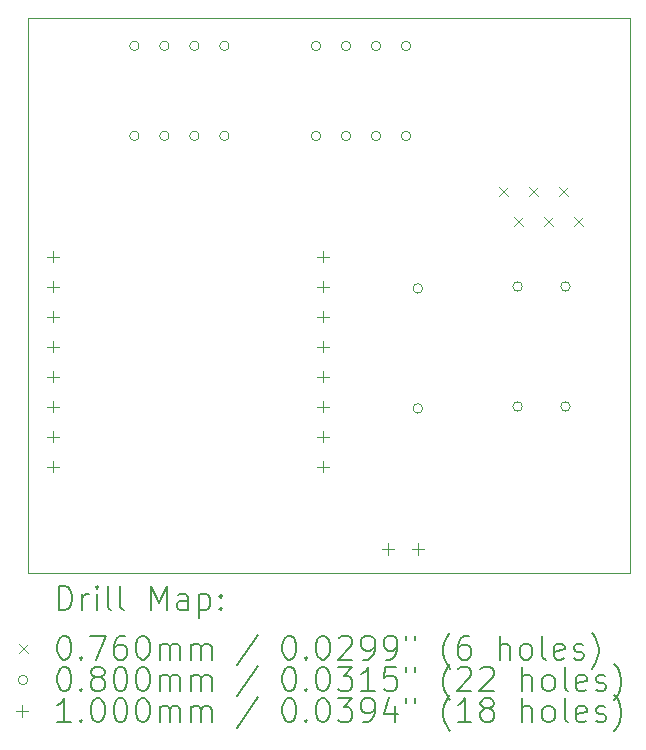
<source format=gbr>
%TF.GenerationSoftware,KiCad,Pcbnew,8.0.5*%
%TF.CreationDate,2025-01-11T16:29:14+01:00*%
%TF.ProjectId,P1_Extender,50315f45-7874-4656-9e64-65722e6b6963,rev?*%
%TF.SameCoordinates,Original*%
%TF.FileFunction,Drillmap*%
%TF.FilePolarity,Positive*%
%FSLAX45Y45*%
G04 Gerber Fmt 4.5, Leading zero omitted, Abs format (unit mm)*
G04 Created by KiCad (PCBNEW 8.0.5) date 2025-01-11 16:29:14*
%MOMM*%
%LPD*%
G01*
G04 APERTURE LIST*
%ADD10C,0.050000*%
%ADD11C,0.200000*%
%ADD12C,0.100000*%
G04 APERTURE END LIST*
D10*
X16500000Y-11900000D02*
X11400000Y-11900000D01*
X11400000Y-7200000D01*
X16500000Y-7200000D01*
X16500000Y-11900000D01*
D11*
D12*
X15387000Y-8637000D02*
X15463000Y-8713000D01*
X15463000Y-8637000D02*
X15387000Y-8713000D01*
X15514000Y-8891000D02*
X15590000Y-8967000D01*
X15590000Y-8891000D02*
X15514000Y-8967000D01*
X15641000Y-8637000D02*
X15717000Y-8713000D01*
X15717000Y-8637000D02*
X15641000Y-8713000D01*
X15768000Y-8891000D02*
X15844000Y-8967000D01*
X15844000Y-8891000D02*
X15768000Y-8967000D01*
X15895000Y-8637000D02*
X15971000Y-8713000D01*
X15971000Y-8637000D02*
X15895000Y-8713000D01*
X16022000Y-8891000D02*
X16098000Y-8967000D01*
X16098000Y-8891000D02*
X16022000Y-8967000D01*
X12340000Y-7438000D02*
G75*
G02*
X12260000Y-7438000I-40000J0D01*
G01*
X12260000Y-7438000D02*
G75*
G02*
X12340000Y-7438000I40000J0D01*
G01*
X12340000Y-8200000D02*
G75*
G02*
X12260000Y-8200000I-40000J0D01*
G01*
X12260000Y-8200000D02*
G75*
G02*
X12340000Y-8200000I40000J0D01*
G01*
X12594000Y-7438000D02*
G75*
G02*
X12514000Y-7438000I-40000J0D01*
G01*
X12514000Y-7438000D02*
G75*
G02*
X12594000Y-7438000I40000J0D01*
G01*
X12594000Y-8200000D02*
G75*
G02*
X12514000Y-8200000I-40000J0D01*
G01*
X12514000Y-8200000D02*
G75*
G02*
X12594000Y-8200000I40000J0D01*
G01*
X12848000Y-7438000D02*
G75*
G02*
X12768000Y-7438000I-40000J0D01*
G01*
X12768000Y-7438000D02*
G75*
G02*
X12848000Y-7438000I40000J0D01*
G01*
X12848000Y-8200000D02*
G75*
G02*
X12768000Y-8200000I-40000J0D01*
G01*
X12768000Y-8200000D02*
G75*
G02*
X12848000Y-8200000I40000J0D01*
G01*
X13102000Y-7438000D02*
G75*
G02*
X13022000Y-7438000I-40000J0D01*
G01*
X13022000Y-7438000D02*
G75*
G02*
X13102000Y-7438000I40000J0D01*
G01*
X13102000Y-8200000D02*
G75*
G02*
X13022000Y-8200000I-40000J0D01*
G01*
X13022000Y-8200000D02*
G75*
G02*
X13102000Y-8200000I40000J0D01*
G01*
X13878000Y-7438000D02*
G75*
G02*
X13798000Y-7438000I-40000J0D01*
G01*
X13798000Y-7438000D02*
G75*
G02*
X13878000Y-7438000I40000J0D01*
G01*
X13878000Y-8200000D02*
G75*
G02*
X13798000Y-8200000I-40000J0D01*
G01*
X13798000Y-8200000D02*
G75*
G02*
X13878000Y-8200000I40000J0D01*
G01*
X14132000Y-7438000D02*
G75*
G02*
X14052000Y-7438000I-40000J0D01*
G01*
X14052000Y-7438000D02*
G75*
G02*
X14132000Y-7438000I40000J0D01*
G01*
X14132000Y-8200000D02*
G75*
G02*
X14052000Y-8200000I-40000J0D01*
G01*
X14052000Y-8200000D02*
G75*
G02*
X14132000Y-8200000I40000J0D01*
G01*
X14386000Y-7438000D02*
G75*
G02*
X14306000Y-7438000I-40000J0D01*
G01*
X14306000Y-7438000D02*
G75*
G02*
X14386000Y-7438000I40000J0D01*
G01*
X14386000Y-8200000D02*
G75*
G02*
X14306000Y-8200000I-40000J0D01*
G01*
X14306000Y-8200000D02*
G75*
G02*
X14386000Y-8200000I40000J0D01*
G01*
X14640000Y-7438000D02*
G75*
G02*
X14560000Y-7438000I-40000J0D01*
G01*
X14560000Y-7438000D02*
G75*
G02*
X14640000Y-7438000I40000J0D01*
G01*
X14640000Y-8200000D02*
G75*
G02*
X14560000Y-8200000I-40000J0D01*
G01*
X14560000Y-8200000D02*
G75*
G02*
X14640000Y-8200000I40000J0D01*
G01*
X14740000Y-9492000D02*
G75*
G02*
X14660000Y-9492000I-40000J0D01*
G01*
X14660000Y-9492000D02*
G75*
G02*
X14740000Y-9492000I40000J0D01*
G01*
X14740000Y-10508000D02*
G75*
G02*
X14660000Y-10508000I-40000J0D01*
G01*
X14660000Y-10508000D02*
G75*
G02*
X14740000Y-10508000I40000J0D01*
G01*
X15585000Y-9475000D02*
G75*
G02*
X15505000Y-9475000I-40000J0D01*
G01*
X15505000Y-9475000D02*
G75*
G02*
X15585000Y-9475000I40000J0D01*
G01*
X15585000Y-10491000D02*
G75*
G02*
X15505000Y-10491000I-40000J0D01*
G01*
X15505000Y-10491000D02*
G75*
G02*
X15585000Y-10491000I40000J0D01*
G01*
X15990000Y-9475000D02*
G75*
G02*
X15910000Y-9475000I-40000J0D01*
G01*
X15910000Y-9475000D02*
G75*
G02*
X15990000Y-9475000I40000J0D01*
G01*
X15990000Y-10491000D02*
G75*
G02*
X15910000Y-10491000I-40000J0D01*
G01*
X15910000Y-10491000D02*
G75*
G02*
X15990000Y-10491000I40000J0D01*
G01*
X11614000Y-9172000D02*
X11614000Y-9272000D01*
X11564000Y-9222000D02*
X11664000Y-9222000D01*
X11614000Y-9426000D02*
X11614000Y-9526000D01*
X11564000Y-9476000D02*
X11664000Y-9476000D01*
X11614000Y-9680000D02*
X11614000Y-9780000D01*
X11564000Y-9730000D02*
X11664000Y-9730000D01*
X11614000Y-9934000D02*
X11614000Y-10034000D01*
X11564000Y-9984000D02*
X11664000Y-9984000D01*
X11614000Y-10188000D02*
X11614000Y-10288000D01*
X11564000Y-10238000D02*
X11664000Y-10238000D01*
X11614000Y-10442000D02*
X11614000Y-10542000D01*
X11564000Y-10492000D02*
X11664000Y-10492000D01*
X11614000Y-10696000D02*
X11614000Y-10796000D01*
X11564000Y-10746000D02*
X11664000Y-10746000D01*
X11614000Y-10950000D02*
X11614000Y-11050000D01*
X11564000Y-11000000D02*
X11664000Y-11000000D01*
X13900000Y-9172000D02*
X13900000Y-9272000D01*
X13850000Y-9222000D02*
X13950000Y-9222000D01*
X13900000Y-9426000D02*
X13900000Y-9526000D01*
X13850000Y-9476000D02*
X13950000Y-9476000D01*
X13900000Y-9680000D02*
X13900000Y-9780000D01*
X13850000Y-9730000D02*
X13950000Y-9730000D01*
X13900000Y-9934000D02*
X13900000Y-10034000D01*
X13850000Y-9984000D02*
X13950000Y-9984000D01*
X13900000Y-10188000D02*
X13900000Y-10288000D01*
X13850000Y-10238000D02*
X13950000Y-10238000D01*
X13900000Y-10442000D02*
X13900000Y-10542000D01*
X13850000Y-10492000D02*
X13950000Y-10492000D01*
X13900000Y-10696000D02*
X13900000Y-10796000D01*
X13850000Y-10746000D02*
X13950000Y-10746000D01*
X13900000Y-10950000D02*
X13900000Y-11050000D01*
X13850000Y-11000000D02*
X13950000Y-11000000D01*
X14446000Y-11650000D02*
X14446000Y-11750000D01*
X14396000Y-11700000D02*
X14496000Y-11700000D01*
X14700000Y-11650000D02*
X14700000Y-11750000D01*
X14650000Y-11700000D02*
X14750000Y-11700000D01*
D11*
X11658277Y-12213984D02*
X11658277Y-12013984D01*
X11658277Y-12013984D02*
X11705896Y-12013984D01*
X11705896Y-12013984D02*
X11734467Y-12023508D01*
X11734467Y-12023508D02*
X11753515Y-12042555D01*
X11753515Y-12042555D02*
X11763039Y-12061603D01*
X11763039Y-12061603D02*
X11772562Y-12099698D01*
X11772562Y-12099698D02*
X11772562Y-12128269D01*
X11772562Y-12128269D02*
X11763039Y-12166365D01*
X11763039Y-12166365D02*
X11753515Y-12185412D01*
X11753515Y-12185412D02*
X11734467Y-12204460D01*
X11734467Y-12204460D02*
X11705896Y-12213984D01*
X11705896Y-12213984D02*
X11658277Y-12213984D01*
X11858277Y-12213984D02*
X11858277Y-12080650D01*
X11858277Y-12118746D02*
X11867801Y-12099698D01*
X11867801Y-12099698D02*
X11877324Y-12090174D01*
X11877324Y-12090174D02*
X11896372Y-12080650D01*
X11896372Y-12080650D02*
X11915420Y-12080650D01*
X11982086Y-12213984D02*
X11982086Y-12080650D01*
X11982086Y-12013984D02*
X11972562Y-12023508D01*
X11972562Y-12023508D02*
X11982086Y-12033031D01*
X11982086Y-12033031D02*
X11991610Y-12023508D01*
X11991610Y-12023508D02*
X11982086Y-12013984D01*
X11982086Y-12013984D02*
X11982086Y-12033031D01*
X12105896Y-12213984D02*
X12086848Y-12204460D01*
X12086848Y-12204460D02*
X12077324Y-12185412D01*
X12077324Y-12185412D02*
X12077324Y-12013984D01*
X12210658Y-12213984D02*
X12191610Y-12204460D01*
X12191610Y-12204460D02*
X12182086Y-12185412D01*
X12182086Y-12185412D02*
X12182086Y-12013984D01*
X12439229Y-12213984D02*
X12439229Y-12013984D01*
X12439229Y-12013984D02*
X12505896Y-12156841D01*
X12505896Y-12156841D02*
X12572562Y-12013984D01*
X12572562Y-12013984D02*
X12572562Y-12213984D01*
X12753515Y-12213984D02*
X12753515Y-12109222D01*
X12753515Y-12109222D02*
X12743991Y-12090174D01*
X12743991Y-12090174D02*
X12724943Y-12080650D01*
X12724943Y-12080650D02*
X12686848Y-12080650D01*
X12686848Y-12080650D02*
X12667801Y-12090174D01*
X12753515Y-12204460D02*
X12734467Y-12213984D01*
X12734467Y-12213984D02*
X12686848Y-12213984D01*
X12686848Y-12213984D02*
X12667801Y-12204460D01*
X12667801Y-12204460D02*
X12658277Y-12185412D01*
X12658277Y-12185412D02*
X12658277Y-12166365D01*
X12658277Y-12166365D02*
X12667801Y-12147317D01*
X12667801Y-12147317D02*
X12686848Y-12137793D01*
X12686848Y-12137793D02*
X12734467Y-12137793D01*
X12734467Y-12137793D02*
X12753515Y-12128269D01*
X12848753Y-12080650D02*
X12848753Y-12280650D01*
X12848753Y-12090174D02*
X12867801Y-12080650D01*
X12867801Y-12080650D02*
X12905896Y-12080650D01*
X12905896Y-12080650D02*
X12924943Y-12090174D01*
X12924943Y-12090174D02*
X12934467Y-12099698D01*
X12934467Y-12099698D02*
X12943991Y-12118746D01*
X12943991Y-12118746D02*
X12943991Y-12175888D01*
X12943991Y-12175888D02*
X12934467Y-12194936D01*
X12934467Y-12194936D02*
X12924943Y-12204460D01*
X12924943Y-12204460D02*
X12905896Y-12213984D01*
X12905896Y-12213984D02*
X12867801Y-12213984D01*
X12867801Y-12213984D02*
X12848753Y-12204460D01*
X13029705Y-12194936D02*
X13039229Y-12204460D01*
X13039229Y-12204460D02*
X13029705Y-12213984D01*
X13029705Y-12213984D02*
X13020182Y-12204460D01*
X13020182Y-12204460D02*
X13029705Y-12194936D01*
X13029705Y-12194936D02*
X13029705Y-12213984D01*
X13029705Y-12090174D02*
X13039229Y-12099698D01*
X13039229Y-12099698D02*
X13029705Y-12109222D01*
X13029705Y-12109222D02*
X13020182Y-12099698D01*
X13020182Y-12099698D02*
X13029705Y-12090174D01*
X13029705Y-12090174D02*
X13029705Y-12109222D01*
D12*
X11321500Y-12504500D02*
X11397500Y-12580500D01*
X11397500Y-12504500D02*
X11321500Y-12580500D01*
D11*
X11696372Y-12433984D02*
X11715420Y-12433984D01*
X11715420Y-12433984D02*
X11734467Y-12443508D01*
X11734467Y-12443508D02*
X11743991Y-12453031D01*
X11743991Y-12453031D02*
X11753515Y-12472079D01*
X11753515Y-12472079D02*
X11763039Y-12510174D01*
X11763039Y-12510174D02*
X11763039Y-12557793D01*
X11763039Y-12557793D02*
X11753515Y-12595888D01*
X11753515Y-12595888D02*
X11743991Y-12614936D01*
X11743991Y-12614936D02*
X11734467Y-12624460D01*
X11734467Y-12624460D02*
X11715420Y-12633984D01*
X11715420Y-12633984D02*
X11696372Y-12633984D01*
X11696372Y-12633984D02*
X11677324Y-12624460D01*
X11677324Y-12624460D02*
X11667801Y-12614936D01*
X11667801Y-12614936D02*
X11658277Y-12595888D01*
X11658277Y-12595888D02*
X11648753Y-12557793D01*
X11648753Y-12557793D02*
X11648753Y-12510174D01*
X11648753Y-12510174D02*
X11658277Y-12472079D01*
X11658277Y-12472079D02*
X11667801Y-12453031D01*
X11667801Y-12453031D02*
X11677324Y-12443508D01*
X11677324Y-12443508D02*
X11696372Y-12433984D01*
X11848753Y-12614936D02*
X11858277Y-12624460D01*
X11858277Y-12624460D02*
X11848753Y-12633984D01*
X11848753Y-12633984D02*
X11839229Y-12624460D01*
X11839229Y-12624460D02*
X11848753Y-12614936D01*
X11848753Y-12614936D02*
X11848753Y-12633984D01*
X11924943Y-12433984D02*
X12058277Y-12433984D01*
X12058277Y-12433984D02*
X11972562Y-12633984D01*
X12220182Y-12433984D02*
X12182086Y-12433984D01*
X12182086Y-12433984D02*
X12163039Y-12443508D01*
X12163039Y-12443508D02*
X12153515Y-12453031D01*
X12153515Y-12453031D02*
X12134467Y-12481603D01*
X12134467Y-12481603D02*
X12124943Y-12519698D01*
X12124943Y-12519698D02*
X12124943Y-12595888D01*
X12124943Y-12595888D02*
X12134467Y-12614936D01*
X12134467Y-12614936D02*
X12143991Y-12624460D01*
X12143991Y-12624460D02*
X12163039Y-12633984D01*
X12163039Y-12633984D02*
X12201134Y-12633984D01*
X12201134Y-12633984D02*
X12220182Y-12624460D01*
X12220182Y-12624460D02*
X12229705Y-12614936D01*
X12229705Y-12614936D02*
X12239229Y-12595888D01*
X12239229Y-12595888D02*
X12239229Y-12548269D01*
X12239229Y-12548269D02*
X12229705Y-12529222D01*
X12229705Y-12529222D02*
X12220182Y-12519698D01*
X12220182Y-12519698D02*
X12201134Y-12510174D01*
X12201134Y-12510174D02*
X12163039Y-12510174D01*
X12163039Y-12510174D02*
X12143991Y-12519698D01*
X12143991Y-12519698D02*
X12134467Y-12529222D01*
X12134467Y-12529222D02*
X12124943Y-12548269D01*
X12363039Y-12433984D02*
X12382086Y-12433984D01*
X12382086Y-12433984D02*
X12401134Y-12443508D01*
X12401134Y-12443508D02*
X12410658Y-12453031D01*
X12410658Y-12453031D02*
X12420182Y-12472079D01*
X12420182Y-12472079D02*
X12429705Y-12510174D01*
X12429705Y-12510174D02*
X12429705Y-12557793D01*
X12429705Y-12557793D02*
X12420182Y-12595888D01*
X12420182Y-12595888D02*
X12410658Y-12614936D01*
X12410658Y-12614936D02*
X12401134Y-12624460D01*
X12401134Y-12624460D02*
X12382086Y-12633984D01*
X12382086Y-12633984D02*
X12363039Y-12633984D01*
X12363039Y-12633984D02*
X12343991Y-12624460D01*
X12343991Y-12624460D02*
X12334467Y-12614936D01*
X12334467Y-12614936D02*
X12324943Y-12595888D01*
X12324943Y-12595888D02*
X12315420Y-12557793D01*
X12315420Y-12557793D02*
X12315420Y-12510174D01*
X12315420Y-12510174D02*
X12324943Y-12472079D01*
X12324943Y-12472079D02*
X12334467Y-12453031D01*
X12334467Y-12453031D02*
X12343991Y-12443508D01*
X12343991Y-12443508D02*
X12363039Y-12433984D01*
X12515420Y-12633984D02*
X12515420Y-12500650D01*
X12515420Y-12519698D02*
X12524943Y-12510174D01*
X12524943Y-12510174D02*
X12543991Y-12500650D01*
X12543991Y-12500650D02*
X12572563Y-12500650D01*
X12572563Y-12500650D02*
X12591610Y-12510174D01*
X12591610Y-12510174D02*
X12601134Y-12529222D01*
X12601134Y-12529222D02*
X12601134Y-12633984D01*
X12601134Y-12529222D02*
X12610658Y-12510174D01*
X12610658Y-12510174D02*
X12629705Y-12500650D01*
X12629705Y-12500650D02*
X12658277Y-12500650D01*
X12658277Y-12500650D02*
X12677324Y-12510174D01*
X12677324Y-12510174D02*
X12686848Y-12529222D01*
X12686848Y-12529222D02*
X12686848Y-12633984D01*
X12782086Y-12633984D02*
X12782086Y-12500650D01*
X12782086Y-12519698D02*
X12791610Y-12510174D01*
X12791610Y-12510174D02*
X12810658Y-12500650D01*
X12810658Y-12500650D02*
X12839229Y-12500650D01*
X12839229Y-12500650D02*
X12858277Y-12510174D01*
X12858277Y-12510174D02*
X12867801Y-12529222D01*
X12867801Y-12529222D02*
X12867801Y-12633984D01*
X12867801Y-12529222D02*
X12877324Y-12510174D01*
X12877324Y-12510174D02*
X12896372Y-12500650D01*
X12896372Y-12500650D02*
X12924943Y-12500650D01*
X12924943Y-12500650D02*
X12943991Y-12510174D01*
X12943991Y-12510174D02*
X12953515Y-12529222D01*
X12953515Y-12529222D02*
X12953515Y-12633984D01*
X13343991Y-12424460D02*
X13172563Y-12681603D01*
X13601134Y-12433984D02*
X13620182Y-12433984D01*
X13620182Y-12433984D02*
X13639229Y-12443508D01*
X13639229Y-12443508D02*
X13648753Y-12453031D01*
X13648753Y-12453031D02*
X13658277Y-12472079D01*
X13658277Y-12472079D02*
X13667801Y-12510174D01*
X13667801Y-12510174D02*
X13667801Y-12557793D01*
X13667801Y-12557793D02*
X13658277Y-12595888D01*
X13658277Y-12595888D02*
X13648753Y-12614936D01*
X13648753Y-12614936D02*
X13639229Y-12624460D01*
X13639229Y-12624460D02*
X13620182Y-12633984D01*
X13620182Y-12633984D02*
X13601134Y-12633984D01*
X13601134Y-12633984D02*
X13582086Y-12624460D01*
X13582086Y-12624460D02*
X13572563Y-12614936D01*
X13572563Y-12614936D02*
X13563039Y-12595888D01*
X13563039Y-12595888D02*
X13553515Y-12557793D01*
X13553515Y-12557793D02*
X13553515Y-12510174D01*
X13553515Y-12510174D02*
X13563039Y-12472079D01*
X13563039Y-12472079D02*
X13572563Y-12453031D01*
X13572563Y-12453031D02*
X13582086Y-12443508D01*
X13582086Y-12443508D02*
X13601134Y-12433984D01*
X13753515Y-12614936D02*
X13763039Y-12624460D01*
X13763039Y-12624460D02*
X13753515Y-12633984D01*
X13753515Y-12633984D02*
X13743991Y-12624460D01*
X13743991Y-12624460D02*
X13753515Y-12614936D01*
X13753515Y-12614936D02*
X13753515Y-12633984D01*
X13886848Y-12433984D02*
X13905896Y-12433984D01*
X13905896Y-12433984D02*
X13924944Y-12443508D01*
X13924944Y-12443508D02*
X13934467Y-12453031D01*
X13934467Y-12453031D02*
X13943991Y-12472079D01*
X13943991Y-12472079D02*
X13953515Y-12510174D01*
X13953515Y-12510174D02*
X13953515Y-12557793D01*
X13953515Y-12557793D02*
X13943991Y-12595888D01*
X13943991Y-12595888D02*
X13934467Y-12614936D01*
X13934467Y-12614936D02*
X13924944Y-12624460D01*
X13924944Y-12624460D02*
X13905896Y-12633984D01*
X13905896Y-12633984D02*
X13886848Y-12633984D01*
X13886848Y-12633984D02*
X13867801Y-12624460D01*
X13867801Y-12624460D02*
X13858277Y-12614936D01*
X13858277Y-12614936D02*
X13848753Y-12595888D01*
X13848753Y-12595888D02*
X13839229Y-12557793D01*
X13839229Y-12557793D02*
X13839229Y-12510174D01*
X13839229Y-12510174D02*
X13848753Y-12472079D01*
X13848753Y-12472079D02*
X13858277Y-12453031D01*
X13858277Y-12453031D02*
X13867801Y-12443508D01*
X13867801Y-12443508D02*
X13886848Y-12433984D01*
X14029706Y-12453031D02*
X14039229Y-12443508D01*
X14039229Y-12443508D02*
X14058277Y-12433984D01*
X14058277Y-12433984D02*
X14105896Y-12433984D01*
X14105896Y-12433984D02*
X14124944Y-12443508D01*
X14124944Y-12443508D02*
X14134467Y-12453031D01*
X14134467Y-12453031D02*
X14143991Y-12472079D01*
X14143991Y-12472079D02*
X14143991Y-12491127D01*
X14143991Y-12491127D02*
X14134467Y-12519698D01*
X14134467Y-12519698D02*
X14020182Y-12633984D01*
X14020182Y-12633984D02*
X14143991Y-12633984D01*
X14239229Y-12633984D02*
X14277325Y-12633984D01*
X14277325Y-12633984D02*
X14296372Y-12624460D01*
X14296372Y-12624460D02*
X14305896Y-12614936D01*
X14305896Y-12614936D02*
X14324944Y-12586365D01*
X14324944Y-12586365D02*
X14334467Y-12548269D01*
X14334467Y-12548269D02*
X14334467Y-12472079D01*
X14334467Y-12472079D02*
X14324944Y-12453031D01*
X14324944Y-12453031D02*
X14315420Y-12443508D01*
X14315420Y-12443508D02*
X14296372Y-12433984D01*
X14296372Y-12433984D02*
X14258277Y-12433984D01*
X14258277Y-12433984D02*
X14239229Y-12443508D01*
X14239229Y-12443508D02*
X14229706Y-12453031D01*
X14229706Y-12453031D02*
X14220182Y-12472079D01*
X14220182Y-12472079D02*
X14220182Y-12519698D01*
X14220182Y-12519698D02*
X14229706Y-12538746D01*
X14229706Y-12538746D02*
X14239229Y-12548269D01*
X14239229Y-12548269D02*
X14258277Y-12557793D01*
X14258277Y-12557793D02*
X14296372Y-12557793D01*
X14296372Y-12557793D02*
X14315420Y-12548269D01*
X14315420Y-12548269D02*
X14324944Y-12538746D01*
X14324944Y-12538746D02*
X14334467Y-12519698D01*
X14429706Y-12633984D02*
X14467801Y-12633984D01*
X14467801Y-12633984D02*
X14486848Y-12624460D01*
X14486848Y-12624460D02*
X14496372Y-12614936D01*
X14496372Y-12614936D02*
X14515420Y-12586365D01*
X14515420Y-12586365D02*
X14524944Y-12548269D01*
X14524944Y-12548269D02*
X14524944Y-12472079D01*
X14524944Y-12472079D02*
X14515420Y-12453031D01*
X14515420Y-12453031D02*
X14505896Y-12443508D01*
X14505896Y-12443508D02*
X14486848Y-12433984D01*
X14486848Y-12433984D02*
X14448753Y-12433984D01*
X14448753Y-12433984D02*
X14429706Y-12443508D01*
X14429706Y-12443508D02*
X14420182Y-12453031D01*
X14420182Y-12453031D02*
X14410658Y-12472079D01*
X14410658Y-12472079D02*
X14410658Y-12519698D01*
X14410658Y-12519698D02*
X14420182Y-12538746D01*
X14420182Y-12538746D02*
X14429706Y-12548269D01*
X14429706Y-12548269D02*
X14448753Y-12557793D01*
X14448753Y-12557793D02*
X14486848Y-12557793D01*
X14486848Y-12557793D02*
X14505896Y-12548269D01*
X14505896Y-12548269D02*
X14515420Y-12538746D01*
X14515420Y-12538746D02*
X14524944Y-12519698D01*
X14601134Y-12433984D02*
X14601134Y-12472079D01*
X14677325Y-12433984D02*
X14677325Y-12472079D01*
X14972563Y-12710174D02*
X14963039Y-12700650D01*
X14963039Y-12700650D02*
X14943991Y-12672079D01*
X14943991Y-12672079D02*
X14934468Y-12653031D01*
X14934468Y-12653031D02*
X14924944Y-12624460D01*
X14924944Y-12624460D02*
X14915420Y-12576841D01*
X14915420Y-12576841D02*
X14915420Y-12538746D01*
X14915420Y-12538746D02*
X14924944Y-12491127D01*
X14924944Y-12491127D02*
X14934468Y-12462555D01*
X14934468Y-12462555D02*
X14943991Y-12443508D01*
X14943991Y-12443508D02*
X14963039Y-12414936D01*
X14963039Y-12414936D02*
X14972563Y-12405412D01*
X15134468Y-12433984D02*
X15096372Y-12433984D01*
X15096372Y-12433984D02*
X15077325Y-12443508D01*
X15077325Y-12443508D02*
X15067801Y-12453031D01*
X15067801Y-12453031D02*
X15048753Y-12481603D01*
X15048753Y-12481603D02*
X15039229Y-12519698D01*
X15039229Y-12519698D02*
X15039229Y-12595888D01*
X15039229Y-12595888D02*
X15048753Y-12614936D01*
X15048753Y-12614936D02*
X15058277Y-12624460D01*
X15058277Y-12624460D02*
X15077325Y-12633984D01*
X15077325Y-12633984D02*
X15115420Y-12633984D01*
X15115420Y-12633984D02*
X15134468Y-12624460D01*
X15134468Y-12624460D02*
X15143991Y-12614936D01*
X15143991Y-12614936D02*
X15153515Y-12595888D01*
X15153515Y-12595888D02*
X15153515Y-12548269D01*
X15153515Y-12548269D02*
X15143991Y-12529222D01*
X15143991Y-12529222D02*
X15134468Y-12519698D01*
X15134468Y-12519698D02*
X15115420Y-12510174D01*
X15115420Y-12510174D02*
X15077325Y-12510174D01*
X15077325Y-12510174D02*
X15058277Y-12519698D01*
X15058277Y-12519698D02*
X15048753Y-12529222D01*
X15048753Y-12529222D02*
X15039229Y-12548269D01*
X15391610Y-12633984D02*
X15391610Y-12433984D01*
X15477325Y-12633984D02*
X15477325Y-12529222D01*
X15477325Y-12529222D02*
X15467801Y-12510174D01*
X15467801Y-12510174D02*
X15448753Y-12500650D01*
X15448753Y-12500650D02*
X15420182Y-12500650D01*
X15420182Y-12500650D02*
X15401134Y-12510174D01*
X15401134Y-12510174D02*
X15391610Y-12519698D01*
X15601134Y-12633984D02*
X15582087Y-12624460D01*
X15582087Y-12624460D02*
X15572563Y-12614936D01*
X15572563Y-12614936D02*
X15563039Y-12595888D01*
X15563039Y-12595888D02*
X15563039Y-12538746D01*
X15563039Y-12538746D02*
X15572563Y-12519698D01*
X15572563Y-12519698D02*
X15582087Y-12510174D01*
X15582087Y-12510174D02*
X15601134Y-12500650D01*
X15601134Y-12500650D02*
X15629706Y-12500650D01*
X15629706Y-12500650D02*
X15648753Y-12510174D01*
X15648753Y-12510174D02*
X15658277Y-12519698D01*
X15658277Y-12519698D02*
X15667801Y-12538746D01*
X15667801Y-12538746D02*
X15667801Y-12595888D01*
X15667801Y-12595888D02*
X15658277Y-12614936D01*
X15658277Y-12614936D02*
X15648753Y-12624460D01*
X15648753Y-12624460D02*
X15629706Y-12633984D01*
X15629706Y-12633984D02*
X15601134Y-12633984D01*
X15782087Y-12633984D02*
X15763039Y-12624460D01*
X15763039Y-12624460D02*
X15753515Y-12605412D01*
X15753515Y-12605412D02*
X15753515Y-12433984D01*
X15934468Y-12624460D02*
X15915420Y-12633984D01*
X15915420Y-12633984D02*
X15877325Y-12633984D01*
X15877325Y-12633984D02*
X15858277Y-12624460D01*
X15858277Y-12624460D02*
X15848753Y-12605412D01*
X15848753Y-12605412D02*
X15848753Y-12529222D01*
X15848753Y-12529222D02*
X15858277Y-12510174D01*
X15858277Y-12510174D02*
X15877325Y-12500650D01*
X15877325Y-12500650D02*
X15915420Y-12500650D01*
X15915420Y-12500650D02*
X15934468Y-12510174D01*
X15934468Y-12510174D02*
X15943991Y-12529222D01*
X15943991Y-12529222D02*
X15943991Y-12548269D01*
X15943991Y-12548269D02*
X15848753Y-12567317D01*
X16020182Y-12624460D02*
X16039230Y-12633984D01*
X16039230Y-12633984D02*
X16077325Y-12633984D01*
X16077325Y-12633984D02*
X16096372Y-12624460D01*
X16096372Y-12624460D02*
X16105896Y-12605412D01*
X16105896Y-12605412D02*
X16105896Y-12595888D01*
X16105896Y-12595888D02*
X16096372Y-12576841D01*
X16096372Y-12576841D02*
X16077325Y-12567317D01*
X16077325Y-12567317D02*
X16048753Y-12567317D01*
X16048753Y-12567317D02*
X16029706Y-12557793D01*
X16029706Y-12557793D02*
X16020182Y-12538746D01*
X16020182Y-12538746D02*
X16020182Y-12529222D01*
X16020182Y-12529222D02*
X16029706Y-12510174D01*
X16029706Y-12510174D02*
X16048753Y-12500650D01*
X16048753Y-12500650D02*
X16077325Y-12500650D01*
X16077325Y-12500650D02*
X16096372Y-12510174D01*
X16172563Y-12710174D02*
X16182087Y-12700650D01*
X16182087Y-12700650D02*
X16201134Y-12672079D01*
X16201134Y-12672079D02*
X16210658Y-12653031D01*
X16210658Y-12653031D02*
X16220182Y-12624460D01*
X16220182Y-12624460D02*
X16229706Y-12576841D01*
X16229706Y-12576841D02*
X16229706Y-12538746D01*
X16229706Y-12538746D02*
X16220182Y-12491127D01*
X16220182Y-12491127D02*
X16210658Y-12462555D01*
X16210658Y-12462555D02*
X16201134Y-12443508D01*
X16201134Y-12443508D02*
X16182087Y-12414936D01*
X16182087Y-12414936D02*
X16172563Y-12405412D01*
D12*
X11397500Y-12806500D02*
G75*
G02*
X11317500Y-12806500I-40000J0D01*
G01*
X11317500Y-12806500D02*
G75*
G02*
X11397500Y-12806500I40000J0D01*
G01*
D11*
X11696372Y-12697984D02*
X11715420Y-12697984D01*
X11715420Y-12697984D02*
X11734467Y-12707508D01*
X11734467Y-12707508D02*
X11743991Y-12717031D01*
X11743991Y-12717031D02*
X11753515Y-12736079D01*
X11753515Y-12736079D02*
X11763039Y-12774174D01*
X11763039Y-12774174D02*
X11763039Y-12821793D01*
X11763039Y-12821793D02*
X11753515Y-12859888D01*
X11753515Y-12859888D02*
X11743991Y-12878936D01*
X11743991Y-12878936D02*
X11734467Y-12888460D01*
X11734467Y-12888460D02*
X11715420Y-12897984D01*
X11715420Y-12897984D02*
X11696372Y-12897984D01*
X11696372Y-12897984D02*
X11677324Y-12888460D01*
X11677324Y-12888460D02*
X11667801Y-12878936D01*
X11667801Y-12878936D02*
X11658277Y-12859888D01*
X11658277Y-12859888D02*
X11648753Y-12821793D01*
X11648753Y-12821793D02*
X11648753Y-12774174D01*
X11648753Y-12774174D02*
X11658277Y-12736079D01*
X11658277Y-12736079D02*
X11667801Y-12717031D01*
X11667801Y-12717031D02*
X11677324Y-12707508D01*
X11677324Y-12707508D02*
X11696372Y-12697984D01*
X11848753Y-12878936D02*
X11858277Y-12888460D01*
X11858277Y-12888460D02*
X11848753Y-12897984D01*
X11848753Y-12897984D02*
X11839229Y-12888460D01*
X11839229Y-12888460D02*
X11848753Y-12878936D01*
X11848753Y-12878936D02*
X11848753Y-12897984D01*
X11972562Y-12783698D02*
X11953515Y-12774174D01*
X11953515Y-12774174D02*
X11943991Y-12764650D01*
X11943991Y-12764650D02*
X11934467Y-12745603D01*
X11934467Y-12745603D02*
X11934467Y-12736079D01*
X11934467Y-12736079D02*
X11943991Y-12717031D01*
X11943991Y-12717031D02*
X11953515Y-12707508D01*
X11953515Y-12707508D02*
X11972562Y-12697984D01*
X11972562Y-12697984D02*
X12010658Y-12697984D01*
X12010658Y-12697984D02*
X12029705Y-12707508D01*
X12029705Y-12707508D02*
X12039229Y-12717031D01*
X12039229Y-12717031D02*
X12048753Y-12736079D01*
X12048753Y-12736079D02*
X12048753Y-12745603D01*
X12048753Y-12745603D02*
X12039229Y-12764650D01*
X12039229Y-12764650D02*
X12029705Y-12774174D01*
X12029705Y-12774174D02*
X12010658Y-12783698D01*
X12010658Y-12783698D02*
X11972562Y-12783698D01*
X11972562Y-12783698D02*
X11953515Y-12793222D01*
X11953515Y-12793222D02*
X11943991Y-12802746D01*
X11943991Y-12802746D02*
X11934467Y-12821793D01*
X11934467Y-12821793D02*
X11934467Y-12859888D01*
X11934467Y-12859888D02*
X11943991Y-12878936D01*
X11943991Y-12878936D02*
X11953515Y-12888460D01*
X11953515Y-12888460D02*
X11972562Y-12897984D01*
X11972562Y-12897984D02*
X12010658Y-12897984D01*
X12010658Y-12897984D02*
X12029705Y-12888460D01*
X12029705Y-12888460D02*
X12039229Y-12878936D01*
X12039229Y-12878936D02*
X12048753Y-12859888D01*
X12048753Y-12859888D02*
X12048753Y-12821793D01*
X12048753Y-12821793D02*
X12039229Y-12802746D01*
X12039229Y-12802746D02*
X12029705Y-12793222D01*
X12029705Y-12793222D02*
X12010658Y-12783698D01*
X12172562Y-12697984D02*
X12191610Y-12697984D01*
X12191610Y-12697984D02*
X12210658Y-12707508D01*
X12210658Y-12707508D02*
X12220182Y-12717031D01*
X12220182Y-12717031D02*
X12229705Y-12736079D01*
X12229705Y-12736079D02*
X12239229Y-12774174D01*
X12239229Y-12774174D02*
X12239229Y-12821793D01*
X12239229Y-12821793D02*
X12229705Y-12859888D01*
X12229705Y-12859888D02*
X12220182Y-12878936D01*
X12220182Y-12878936D02*
X12210658Y-12888460D01*
X12210658Y-12888460D02*
X12191610Y-12897984D01*
X12191610Y-12897984D02*
X12172562Y-12897984D01*
X12172562Y-12897984D02*
X12153515Y-12888460D01*
X12153515Y-12888460D02*
X12143991Y-12878936D01*
X12143991Y-12878936D02*
X12134467Y-12859888D01*
X12134467Y-12859888D02*
X12124943Y-12821793D01*
X12124943Y-12821793D02*
X12124943Y-12774174D01*
X12124943Y-12774174D02*
X12134467Y-12736079D01*
X12134467Y-12736079D02*
X12143991Y-12717031D01*
X12143991Y-12717031D02*
X12153515Y-12707508D01*
X12153515Y-12707508D02*
X12172562Y-12697984D01*
X12363039Y-12697984D02*
X12382086Y-12697984D01*
X12382086Y-12697984D02*
X12401134Y-12707508D01*
X12401134Y-12707508D02*
X12410658Y-12717031D01*
X12410658Y-12717031D02*
X12420182Y-12736079D01*
X12420182Y-12736079D02*
X12429705Y-12774174D01*
X12429705Y-12774174D02*
X12429705Y-12821793D01*
X12429705Y-12821793D02*
X12420182Y-12859888D01*
X12420182Y-12859888D02*
X12410658Y-12878936D01*
X12410658Y-12878936D02*
X12401134Y-12888460D01*
X12401134Y-12888460D02*
X12382086Y-12897984D01*
X12382086Y-12897984D02*
X12363039Y-12897984D01*
X12363039Y-12897984D02*
X12343991Y-12888460D01*
X12343991Y-12888460D02*
X12334467Y-12878936D01*
X12334467Y-12878936D02*
X12324943Y-12859888D01*
X12324943Y-12859888D02*
X12315420Y-12821793D01*
X12315420Y-12821793D02*
X12315420Y-12774174D01*
X12315420Y-12774174D02*
X12324943Y-12736079D01*
X12324943Y-12736079D02*
X12334467Y-12717031D01*
X12334467Y-12717031D02*
X12343991Y-12707508D01*
X12343991Y-12707508D02*
X12363039Y-12697984D01*
X12515420Y-12897984D02*
X12515420Y-12764650D01*
X12515420Y-12783698D02*
X12524943Y-12774174D01*
X12524943Y-12774174D02*
X12543991Y-12764650D01*
X12543991Y-12764650D02*
X12572563Y-12764650D01*
X12572563Y-12764650D02*
X12591610Y-12774174D01*
X12591610Y-12774174D02*
X12601134Y-12793222D01*
X12601134Y-12793222D02*
X12601134Y-12897984D01*
X12601134Y-12793222D02*
X12610658Y-12774174D01*
X12610658Y-12774174D02*
X12629705Y-12764650D01*
X12629705Y-12764650D02*
X12658277Y-12764650D01*
X12658277Y-12764650D02*
X12677324Y-12774174D01*
X12677324Y-12774174D02*
X12686848Y-12793222D01*
X12686848Y-12793222D02*
X12686848Y-12897984D01*
X12782086Y-12897984D02*
X12782086Y-12764650D01*
X12782086Y-12783698D02*
X12791610Y-12774174D01*
X12791610Y-12774174D02*
X12810658Y-12764650D01*
X12810658Y-12764650D02*
X12839229Y-12764650D01*
X12839229Y-12764650D02*
X12858277Y-12774174D01*
X12858277Y-12774174D02*
X12867801Y-12793222D01*
X12867801Y-12793222D02*
X12867801Y-12897984D01*
X12867801Y-12793222D02*
X12877324Y-12774174D01*
X12877324Y-12774174D02*
X12896372Y-12764650D01*
X12896372Y-12764650D02*
X12924943Y-12764650D01*
X12924943Y-12764650D02*
X12943991Y-12774174D01*
X12943991Y-12774174D02*
X12953515Y-12793222D01*
X12953515Y-12793222D02*
X12953515Y-12897984D01*
X13343991Y-12688460D02*
X13172563Y-12945603D01*
X13601134Y-12697984D02*
X13620182Y-12697984D01*
X13620182Y-12697984D02*
X13639229Y-12707508D01*
X13639229Y-12707508D02*
X13648753Y-12717031D01*
X13648753Y-12717031D02*
X13658277Y-12736079D01*
X13658277Y-12736079D02*
X13667801Y-12774174D01*
X13667801Y-12774174D02*
X13667801Y-12821793D01*
X13667801Y-12821793D02*
X13658277Y-12859888D01*
X13658277Y-12859888D02*
X13648753Y-12878936D01*
X13648753Y-12878936D02*
X13639229Y-12888460D01*
X13639229Y-12888460D02*
X13620182Y-12897984D01*
X13620182Y-12897984D02*
X13601134Y-12897984D01*
X13601134Y-12897984D02*
X13582086Y-12888460D01*
X13582086Y-12888460D02*
X13572563Y-12878936D01*
X13572563Y-12878936D02*
X13563039Y-12859888D01*
X13563039Y-12859888D02*
X13553515Y-12821793D01*
X13553515Y-12821793D02*
X13553515Y-12774174D01*
X13553515Y-12774174D02*
X13563039Y-12736079D01*
X13563039Y-12736079D02*
X13572563Y-12717031D01*
X13572563Y-12717031D02*
X13582086Y-12707508D01*
X13582086Y-12707508D02*
X13601134Y-12697984D01*
X13753515Y-12878936D02*
X13763039Y-12888460D01*
X13763039Y-12888460D02*
X13753515Y-12897984D01*
X13753515Y-12897984D02*
X13743991Y-12888460D01*
X13743991Y-12888460D02*
X13753515Y-12878936D01*
X13753515Y-12878936D02*
X13753515Y-12897984D01*
X13886848Y-12697984D02*
X13905896Y-12697984D01*
X13905896Y-12697984D02*
X13924944Y-12707508D01*
X13924944Y-12707508D02*
X13934467Y-12717031D01*
X13934467Y-12717031D02*
X13943991Y-12736079D01*
X13943991Y-12736079D02*
X13953515Y-12774174D01*
X13953515Y-12774174D02*
X13953515Y-12821793D01*
X13953515Y-12821793D02*
X13943991Y-12859888D01*
X13943991Y-12859888D02*
X13934467Y-12878936D01*
X13934467Y-12878936D02*
X13924944Y-12888460D01*
X13924944Y-12888460D02*
X13905896Y-12897984D01*
X13905896Y-12897984D02*
X13886848Y-12897984D01*
X13886848Y-12897984D02*
X13867801Y-12888460D01*
X13867801Y-12888460D02*
X13858277Y-12878936D01*
X13858277Y-12878936D02*
X13848753Y-12859888D01*
X13848753Y-12859888D02*
X13839229Y-12821793D01*
X13839229Y-12821793D02*
X13839229Y-12774174D01*
X13839229Y-12774174D02*
X13848753Y-12736079D01*
X13848753Y-12736079D02*
X13858277Y-12717031D01*
X13858277Y-12717031D02*
X13867801Y-12707508D01*
X13867801Y-12707508D02*
X13886848Y-12697984D01*
X14020182Y-12697984D02*
X14143991Y-12697984D01*
X14143991Y-12697984D02*
X14077325Y-12774174D01*
X14077325Y-12774174D02*
X14105896Y-12774174D01*
X14105896Y-12774174D02*
X14124944Y-12783698D01*
X14124944Y-12783698D02*
X14134467Y-12793222D01*
X14134467Y-12793222D02*
X14143991Y-12812269D01*
X14143991Y-12812269D02*
X14143991Y-12859888D01*
X14143991Y-12859888D02*
X14134467Y-12878936D01*
X14134467Y-12878936D02*
X14124944Y-12888460D01*
X14124944Y-12888460D02*
X14105896Y-12897984D01*
X14105896Y-12897984D02*
X14048753Y-12897984D01*
X14048753Y-12897984D02*
X14029706Y-12888460D01*
X14029706Y-12888460D02*
X14020182Y-12878936D01*
X14334467Y-12897984D02*
X14220182Y-12897984D01*
X14277325Y-12897984D02*
X14277325Y-12697984D01*
X14277325Y-12697984D02*
X14258277Y-12726555D01*
X14258277Y-12726555D02*
X14239229Y-12745603D01*
X14239229Y-12745603D02*
X14220182Y-12755127D01*
X14515420Y-12697984D02*
X14420182Y-12697984D01*
X14420182Y-12697984D02*
X14410658Y-12793222D01*
X14410658Y-12793222D02*
X14420182Y-12783698D01*
X14420182Y-12783698D02*
X14439229Y-12774174D01*
X14439229Y-12774174D02*
X14486848Y-12774174D01*
X14486848Y-12774174D02*
X14505896Y-12783698D01*
X14505896Y-12783698D02*
X14515420Y-12793222D01*
X14515420Y-12793222D02*
X14524944Y-12812269D01*
X14524944Y-12812269D02*
X14524944Y-12859888D01*
X14524944Y-12859888D02*
X14515420Y-12878936D01*
X14515420Y-12878936D02*
X14505896Y-12888460D01*
X14505896Y-12888460D02*
X14486848Y-12897984D01*
X14486848Y-12897984D02*
X14439229Y-12897984D01*
X14439229Y-12897984D02*
X14420182Y-12888460D01*
X14420182Y-12888460D02*
X14410658Y-12878936D01*
X14601134Y-12697984D02*
X14601134Y-12736079D01*
X14677325Y-12697984D02*
X14677325Y-12736079D01*
X14972563Y-12974174D02*
X14963039Y-12964650D01*
X14963039Y-12964650D02*
X14943991Y-12936079D01*
X14943991Y-12936079D02*
X14934468Y-12917031D01*
X14934468Y-12917031D02*
X14924944Y-12888460D01*
X14924944Y-12888460D02*
X14915420Y-12840841D01*
X14915420Y-12840841D02*
X14915420Y-12802746D01*
X14915420Y-12802746D02*
X14924944Y-12755127D01*
X14924944Y-12755127D02*
X14934468Y-12726555D01*
X14934468Y-12726555D02*
X14943991Y-12707508D01*
X14943991Y-12707508D02*
X14963039Y-12678936D01*
X14963039Y-12678936D02*
X14972563Y-12669412D01*
X15039229Y-12717031D02*
X15048753Y-12707508D01*
X15048753Y-12707508D02*
X15067801Y-12697984D01*
X15067801Y-12697984D02*
X15115420Y-12697984D01*
X15115420Y-12697984D02*
X15134468Y-12707508D01*
X15134468Y-12707508D02*
X15143991Y-12717031D01*
X15143991Y-12717031D02*
X15153515Y-12736079D01*
X15153515Y-12736079D02*
X15153515Y-12755127D01*
X15153515Y-12755127D02*
X15143991Y-12783698D01*
X15143991Y-12783698D02*
X15029706Y-12897984D01*
X15029706Y-12897984D02*
X15153515Y-12897984D01*
X15229706Y-12717031D02*
X15239229Y-12707508D01*
X15239229Y-12707508D02*
X15258277Y-12697984D01*
X15258277Y-12697984D02*
X15305896Y-12697984D01*
X15305896Y-12697984D02*
X15324944Y-12707508D01*
X15324944Y-12707508D02*
X15334468Y-12717031D01*
X15334468Y-12717031D02*
X15343991Y-12736079D01*
X15343991Y-12736079D02*
X15343991Y-12755127D01*
X15343991Y-12755127D02*
X15334468Y-12783698D01*
X15334468Y-12783698D02*
X15220182Y-12897984D01*
X15220182Y-12897984D02*
X15343991Y-12897984D01*
X15582087Y-12897984D02*
X15582087Y-12697984D01*
X15667801Y-12897984D02*
X15667801Y-12793222D01*
X15667801Y-12793222D02*
X15658277Y-12774174D01*
X15658277Y-12774174D02*
X15639230Y-12764650D01*
X15639230Y-12764650D02*
X15610658Y-12764650D01*
X15610658Y-12764650D02*
X15591610Y-12774174D01*
X15591610Y-12774174D02*
X15582087Y-12783698D01*
X15791610Y-12897984D02*
X15772563Y-12888460D01*
X15772563Y-12888460D02*
X15763039Y-12878936D01*
X15763039Y-12878936D02*
X15753515Y-12859888D01*
X15753515Y-12859888D02*
X15753515Y-12802746D01*
X15753515Y-12802746D02*
X15763039Y-12783698D01*
X15763039Y-12783698D02*
X15772563Y-12774174D01*
X15772563Y-12774174D02*
X15791610Y-12764650D01*
X15791610Y-12764650D02*
X15820182Y-12764650D01*
X15820182Y-12764650D02*
X15839230Y-12774174D01*
X15839230Y-12774174D02*
X15848753Y-12783698D01*
X15848753Y-12783698D02*
X15858277Y-12802746D01*
X15858277Y-12802746D02*
X15858277Y-12859888D01*
X15858277Y-12859888D02*
X15848753Y-12878936D01*
X15848753Y-12878936D02*
X15839230Y-12888460D01*
X15839230Y-12888460D02*
X15820182Y-12897984D01*
X15820182Y-12897984D02*
X15791610Y-12897984D01*
X15972563Y-12897984D02*
X15953515Y-12888460D01*
X15953515Y-12888460D02*
X15943991Y-12869412D01*
X15943991Y-12869412D02*
X15943991Y-12697984D01*
X16124944Y-12888460D02*
X16105896Y-12897984D01*
X16105896Y-12897984D02*
X16067801Y-12897984D01*
X16067801Y-12897984D02*
X16048753Y-12888460D01*
X16048753Y-12888460D02*
X16039230Y-12869412D01*
X16039230Y-12869412D02*
X16039230Y-12793222D01*
X16039230Y-12793222D02*
X16048753Y-12774174D01*
X16048753Y-12774174D02*
X16067801Y-12764650D01*
X16067801Y-12764650D02*
X16105896Y-12764650D01*
X16105896Y-12764650D02*
X16124944Y-12774174D01*
X16124944Y-12774174D02*
X16134468Y-12793222D01*
X16134468Y-12793222D02*
X16134468Y-12812269D01*
X16134468Y-12812269D02*
X16039230Y-12831317D01*
X16210658Y-12888460D02*
X16229706Y-12897984D01*
X16229706Y-12897984D02*
X16267801Y-12897984D01*
X16267801Y-12897984D02*
X16286849Y-12888460D01*
X16286849Y-12888460D02*
X16296372Y-12869412D01*
X16296372Y-12869412D02*
X16296372Y-12859888D01*
X16296372Y-12859888D02*
X16286849Y-12840841D01*
X16286849Y-12840841D02*
X16267801Y-12831317D01*
X16267801Y-12831317D02*
X16239230Y-12831317D01*
X16239230Y-12831317D02*
X16220182Y-12821793D01*
X16220182Y-12821793D02*
X16210658Y-12802746D01*
X16210658Y-12802746D02*
X16210658Y-12793222D01*
X16210658Y-12793222D02*
X16220182Y-12774174D01*
X16220182Y-12774174D02*
X16239230Y-12764650D01*
X16239230Y-12764650D02*
X16267801Y-12764650D01*
X16267801Y-12764650D02*
X16286849Y-12774174D01*
X16363039Y-12974174D02*
X16372563Y-12964650D01*
X16372563Y-12964650D02*
X16391611Y-12936079D01*
X16391611Y-12936079D02*
X16401134Y-12917031D01*
X16401134Y-12917031D02*
X16410658Y-12888460D01*
X16410658Y-12888460D02*
X16420182Y-12840841D01*
X16420182Y-12840841D02*
X16420182Y-12802746D01*
X16420182Y-12802746D02*
X16410658Y-12755127D01*
X16410658Y-12755127D02*
X16401134Y-12726555D01*
X16401134Y-12726555D02*
X16391611Y-12707508D01*
X16391611Y-12707508D02*
X16372563Y-12678936D01*
X16372563Y-12678936D02*
X16363039Y-12669412D01*
D12*
X11347500Y-13020500D02*
X11347500Y-13120500D01*
X11297500Y-13070500D02*
X11397500Y-13070500D01*
D11*
X11763039Y-13161984D02*
X11648753Y-13161984D01*
X11705896Y-13161984D02*
X11705896Y-12961984D01*
X11705896Y-12961984D02*
X11686848Y-12990555D01*
X11686848Y-12990555D02*
X11667801Y-13009603D01*
X11667801Y-13009603D02*
X11648753Y-13019127D01*
X11848753Y-13142936D02*
X11858277Y-13152460D01*
X11858277Y-13152460D02*
X11848753Y-13161984D01*
X11848753Y-13161984D02*
X11839229Y-13152460D01*
X11839229Y-13152460D02*
X11848753Y-13142936D01*
X11848753Y-13142936D02*
X11848753Y-13161984D01*
X11982086Y-12961984D02*
X12001134Y-12961984D01*
X12001134Y-12961984D02*
X12020182Y-12971508D01*
X12020182Y-12971508D02*
X12029705Y-12981031D01*
X12029705Y-12981031D02*
X12039229Y-13000079D01*
X12039229Y-13000079D02*
X12048753Y-13038174D01*
X12048753Y-13038174D02*
X12048753Y-13085793D01*
X12048753Y-13085793D02*
X12039229Y-13123888D01*
X12039229Y-13123888D02*
X12029705Y-13142936D01*
X12029705Y-13142936D02*
X12020182Y-13152460D01*
X12020182Y-13152460D02*
X12001134Y-13161984D01*
X12001134Y-13161984D02*
X11982086Y-13161984D01*
X11982086Y-13161984D02*
X11963039Y-13152460D01*
X11963039Y-13152460D02*
X11953515Y-13142936D01*
X11953515Y-13142936D02*
X11943991Y-13123888D01*
X11943991Y-13123888D02*
X11934467Y-13085793D01*
X11934467Y-13085793D02*
X11934467Y-13038174D01*
X11934467Y-13038174D02*
X11943991Y-13000079D01*
X11943991Y-13000079D02*
X11953515Y-12981031D01*
X11953515Y-12981031D02*
X11963039Y-12971508D01*
X11963039Y-12971508D02*
X11982086Y-12961984D01*
X12172562Y-12961984D02*
X12191610Y-12961984D01*
X12191610Y-12961984D02*
X12210658Y-12971508D01*
X12210658Y-12971508D02*
X12220182Y-12981031D01*
X12220182Y-12981031D02*
X12229705Y-13000079D01*
X12229705Y-13000079D02*
X12239229Y-13038174D01*
X12239229Y-13038174D02*
X12239229Y-13085793D01*
X12239229Y-13085793D02*
X12229705Y-13123888D01*
X12229705Y-13123888D02*
X12220182Y-13142936D01*
X12220182Y-13142936D02*
X12210658Y-13152460D01*
X12210658Y-13152460D02*
X12191610Y-13161984D01*
X12191610Y-13161984D02*
X12172562Y-13161984D01*
X12172562Y-13161984D02*
X12153515Y-13152460D01*
X12153515Y-13152460D02*
X12143991Y-13142936D01*
X12143991Y-13142936D02*
X12134467Y-13123888D01*
X12134467Y-13123888D02*
X12124943Y-13085793D01*
X12124943Y-13085793D02*
X12124943Y-13038174D01*
X12124943Y-13038174D02*
X12134467Y-13000079D01*
X12134467Y-13000079D02*
X12143991Y-12981031D01*
X12143991Y-12981031D02*
X12153515Y-12971508D01*
X12153515Y-12971508D02*
X12172562Y-12961984D01*
X12363039Y-12961984D02*
X12382086Y-12961984D01*
X12382086Y-12961984D02*
X12401134Y-12971508D01*
X12401134Y-12971508D02*
X12410658Y-12981031D01*
X12410658Y-12981031D02*
X12420182Y-13000079D01*
X12420182Y-13000079D02*
X12429705Y-13038174D01*
X12429705Y-13038174D02*
X12429705Y-13085793D01*
X12429705Y-13085793D02*
X12420182Y-13123888D01*
X12420182Y-13123888D02*
X12410658Y-13142936D01*
X12410658Y-13142936D02*
X12401134Y-13152460D01*
X12401134Y-13152460D02*
X12382086Y-13161984D01*
X12382086Y-13161984D02*
X12363039Y-13161984D01*
X12363039Y-13161984D02*
X12343991Y-13152460D01*
X12343991Y-13152460D02*
X12334467Y-13142936D01*
X12334467Y-13142936D02*
X12324943Y-13123888D01*
X12324943Y-13123888D02*
X12315420Y-13085793D01*
X12315420Y-13085793D02*
X12315420Y-13038174D01*
X12315420Y-13038174D02*
X12324943Y-13000079D01*
X12324943Y-13000079D02*
X12334467Y-12981031D01*
X12334467Y-12981031D02*
X12343991Y-12971508D01*
X12343991Y-12971508D02*
X12363039Y-12961984D01*
X12515420Y-13161984D02*
X12515420Y-13028650D01*
X12515420Y-13047698D02*
X12524943Y-13038174D01*
X12524943Y-13038174D02*
X12543991Y-13028650D01*
X12543991Y-13028650D02*
X12572563Y-13028650D01*
X12572563Y-13028650D02*
X12591610Y-13038174D01*
X12591610Y-13038174D02*
X12601134Y-13057222D01*
X12601134Y-13057222D02*
X12601134Y-13161984D01*
X12601134Y-13057222D02*
X12610658Y-13038174D01*
X12610658Y-13038174D02*
X12629705Y-13028650D01*
X12629705Y-13028650D02*
X12658277Y-13028650D01*
X12658277Y-13028650D02*
X12677324Y-13038174D01*
X12677324Y-13038174D02*
X12686848Y-13057222D01*
X12686848Y-13057222D02*
X12686848Y-13161984D01*
X12782086Y-13161984D02*
X12782086Y-13028650D01*
X12782086Y-13047698D02*
X12791610Y-13038174D01*
X12791610Y-13038174D02*
X12810658Y-13028650D01*
X12810658Y-13028650D02*
X12839229Y-13028650D01*
X12839229Y-13028650D02*
X12858277Y-13038174D01*
X12858277Y-13038174D02*
X12867801Y-13057222D01*
X12867801Y-13057222D02*
X12867801Y-13161984D01*
X12867801Y-13057222D02*
X12877324Y-13038174D01*
X12877324Y-13038174D02*
X12896372Y-13028650D01*
X12896372Y-13028650D02*
X12924943Y-13028650D01*
X12924943Y-13028650D02*
X12943991Y-13038174D01*
X12943991Y-13038174D02*
X12953515Y-13057222D01*
X12953515Y-13057222D02*
X12953515Y-13161984D01*
X13343991Y-12952460D02*
X13172563Y-13209603D01*
X13601134Y-12961984D02*
X13620182Y-12961984D01*
X13620182Y-12961984D02*
X13639229Y-12971508D01*
X13639229Y-12971508D02*
X13648753Y-12981031D01*
X13648753Y-12981031D02*
X13658277Y-13000079D01*
X13658277Y-13000079D02*
X13667801Y-13038174D01*
X13667801Y-13038174D02*
X13667801Y-13085793D01*
X13667801Y-13085793D02*
X13658277Y-13123888D01*
X13658277Y-13123888D02*
X13648753Y-13142936D01*
X13648753Y-13142936D02*
X13639229Y-13152460D01*
X13639229Y-13152460D02*
X13620182Y-13161984D01*
X13620182Y-13161984D02*
X13601134Y-13161984D01*
X13601134Y-13161984D02*
X13582086Y-13152460D01*
X13582086Y-13152460D02*
X13572563Y-13142936D01*
X13572563Y-13142936D02*
X13563039Y-13123888D01*
X13563039Y-13123888D02*
X13553515Y-13085793D01*
X13553515Y-13085793D02*
X13553515Y-13038174D01*
X13553515Y-13038174D02*
X13563039Y-13000079D01*
X13563039Y-13000079D02*
X13572563Y-12981031D01*
X13572563Y-12981031D02*
X13582086Y-12971508D01*
X13582086Y-12971508D02*
X13601134Y-12961984D01*
X13753515Y-13142936D02*
X13763039Y-13152460D01*
X13763039Y-13152460D02*
X13753515Y-13161984D01*
X13753515Y-13161984D02*
X13743991Y-13152460D01*
X13743991Y-13152460D02*
X13753515Y-13142936D01*
X13753515Y-13142936D02*
X13753515Y-13161984D01*
X13886848Y-12961984D02*
X13905896Y-12961984D01*
X13905896Y-12961984D02*
X13924944Y-12971508D01*
X13924944Y-12971508D02*
X13934467Y-12981031D01*
X13934467Y-12981031D02*
X13943991Y-13000079D01*
X13943991Y-13000079D02*
X13953515Y-13038174D01*
X13953515Y-13038174D02*
X13953515Y-13085793D01*
X13953515Y-13085793D02*
X13943991Y-13123888D01*
X13943991Y-13123888D02*
X13934467Y-13142936D01*
X13934467Y-13142936D02*
X13924944Y-13152460D01*
X13924944Y-13152460D02*
X13905896Y-13161984D01*
X13905896Y-13161984D02*
X13886848Y-13161984D01*
X13886848Y-13161984D02*
X13867801Y-13152460D01*
X13867801Y-13152460D02*
X13858277Y-13142936D01*
X13858277Y-13142936D02*
X13848753Y-13123888D01*
X13848753Y-13123888D02*
X13839229Y-13085793D01*
X13839229Y-13085793D02*
X13839229Y-13038174D01*
X13839229Y-13038174D02*
X13848753Y-13000079D01*
X13848753Y-13000079D02*
X13858277Y-12981031D01*
X13858277Y-12981031D02*
X13867801Y-12971508D01*
X13867801Y-12971508D02*
X13886848Y-12961984D01*
X14020182Y-12961984D02*
X14143991Y-12961984D01*
X14143991Y-12961984D02*
X14077325Y-13038174D01*
X14077325Y-13038174D02*
X14105896Y-13038174D01*
X14105896Y-13038174D02*
X14124944Y-13047698D01*
X14124944Y-13047698D02*
X14134467Y-13057222D01*
X14134467Y-13057222D02*
X14143991Y-13076269D01*
X14143991Y-13076269D02*
X14143991Y-13123888D01*
X14143991Y-13123888D02*
X14134467Y-13142936D01*
X14134467Y-13142936D02*
X14124944Y-13152460D01*
X14124944Y-13152460D02*
X14105896Y-13161984D01*
X14105896Y-13161984D02*
X14048753Y-13161984D01*
X14048753Y-13161984D02*
X14029706Y-13152460D01*
X14029706Y-13152460D02*
X14020182Y-13142936D01*
X14239229Y-13161984D02*
X14277325Y-13161984D01*
X14277325Y-13161984D02*
X14296372Y-13152460D01*
X14296372Y-13152460D02*
X14305896Y-13142936D01*
X14305896Y-13142936D02*
X14324944Y-13114365D01*
X14324944Y-13114365D02*
X14334467Y-13076269D01*
X14334467Y-13076269D02*
X14334467Y-13000079D01*
X14334467Y-13000079D02*
X14324944Y-12981031D01*
X14324944Y-12981031D02*
X14315420Y-12971508D01*
X14315420Y-12971508D02*
X14296372Y-12961984D01*
X14296372Y-12961984D02*
X14258277Y-12961984D01*
X14258277Y-12961984D02*
X14239229Y-12971508D01*
X14239229Y-12971508D02*
X14229706Y-12981031D01*
X14229706Y-12981031D02*
X14220182Y-13000079D01*
X14220182Y-13000079D02*
X14220182Y-13047698D01*
X14220182Y-13047698D02*
X14229706Y-13066746D01*
X14229706Y-13066746D02*
X14239229Y-13076269D01*
X14239229Y-13076269D02*
X14258277Y-13085793D01*
X14258277Y-13085793D02*
X14296372Y-13085793D01*
X14296372Y-13085793D02*
X14315420Y-13076269D01*
X14315420Y-13076269D02*
X14324944Y-13066746D01*
X14324944Y-13066746D02*
X14334467Y-13047698D01*
X14505896Y-13028650D02*
X14505896Y-13161984D01*
X14458277Y-12952460D02*
X14410658Y-13095317D01*
X14410658Y-13095317D02*
X14534467Y-13095317D01*
X14601134Y-12961984D02*
X14601134Y-13000079D01*
X14677325Y-12961984D02*
X14677325Y-13000079D01*
X14972563Y-13238174D02*
X14963039Y-13228650D01*
X14963039Y-13228650D02*
X14943991Y-13200079D01*
X14943991Y-13200079D02*
X14934468Y-13181031D01*
X14934468Y-13181031D02*
X14924944Y-13152460D01*
X14924944Y-13152460D02*
X14915420Y-13104841D01*
X14915420Y-13104841D02*
X14915420Y-13066746D01*
X14915420Y-13066746D02*
X14924944Y-13019127D01*
X14924944Y-13019127D02*
X14934468Y-12990555D01*
X14934468Y-12990555D02*
X14943991Y-12971508D01*
X14943991Y-12971508D02*
X14963039Y-12942936D01*
X14963039Y-12942936D02*
X14972563Y-12933412D01*
X15153515Y-13161984D02*
X15039229Y-13161984D01*
X15096372Y-13161984D02*
X15096372Y-12961984D01*
X15096372Y-12961984D02*
X15077325Y-12990555D01*
X15077325Y-12990555D02*
X15058277Y-13009603D01*
X15058277Y-13009603D02*
X15039229Y-13019127D01*
X15267801Y-13047698D02*
X15248753Y-13038174D01*
X15248753Y-13038174D02*
X15239229Y-13028650D01*
X15239229Y-13028650D02*
X15229706Y-13009603D01*
X15229706Y-13009603D02*
X15229706Y-13000079D01*
X15229706Y-13000079D02*
X15239229Y-12981031D01*
X15239229Y-12981031D02*
X15248753Y-12971508D01*
X15248753Y-12971508D02*
X15267801Y-12961984D01*
X15267801Y-12961984D02*
X15305896Y-12961984D01*
X15305896Y-12961984D02*
X15324944Y-12971508D01*
X15324944Y-12971508D02*
X15334468Y-12981031D01*
X15334468Y-12981031D02*
X15343991Y-13000079D01*
X15343991Y-13000079D02*
X15343991Y-13009603D01*
X15343991Y-13009603D02*
X15334468Y-13028650D01*
X15334468Y-13028650D02*
X15324944Y-13038174D01*
X15324944Y-13038174D02*
X15305896Y-13047698D01*
X15305896Y-13047698D02*
X15267801Y-13047698D01*
X15267801Y-13047698D02*
X15248753Y-13057222D01*
X15248753Y-13057222D02*
X15239229Y-13066746D01*
X15239229Y-13066746D02*
X15229706Y-13085793D01*
X15229706Y-13085793D02*
X15229706Y-13123888D01*
X15229706Y-13123888D02*
X15239229Y-13142936D01*
X15239229Y-13142936D02*
X15248753Y-13152460D01*
X15248753Y-13152460D02*
X15267801Y-13161984D01*
X15267801Y-13161984D02*
X15305896Y-13161984D01*
X15305896Y-13161984D02*
X15324944Y-13152460D01*
X15324944Y-13152460D02*
X15334468Y-13142936D01*
X15334468Y-13142936D02*
X15343991Y-13123888D01*
X15343991Y-13123888D02*
X15343991Y-13085793D01*
X15343991Y-13085793D02*
X15334468Y-13066746D01*
X15334468Y-13066746D02*
X15324944Y-13057222D01*
X15324944Y-13057222D02*
X15305896Y-13047698D01*
X15582087Y-13161984D02*
X15582087Y-12961984D01*
X15667801Y-13161984D02*
X15667801Y-13057222D01*
X15667801Y-13057222D02*
X15658277Y-13038174D01*
X15658277Y-13038174D02*
X15639230Y-13028650D01*
X15639230Y-13028650D02*
X15610658Y-13028650D01*
X15610658Y-13028650D02*
X15591610Y-13038174D01*
X15591610Y-13038174D02*
X15582087Y-13047698D01*
X15791610Y-13161984D02*
X15772563Y-13152460D01*
X15772563Y-13152460D02*
X15763039Y-13142936D01*
X15763039Y-13142936D02*
X15753515Y-13123888D01*
X15753515Y-13123888D02*
X15753515Y-13066746D01*
X15753515Y-13066746D02*
X15763039Y-13047698D01*
X15763039Y-13047698D02*
X15772563Y-13038174D01*
X15772563Y-13038174D02*
X15791610Y-13028650D01*
X15791610Y-13028650D02*
X15820182Y-13028650D01*
X15820182Y-13028650D02*
X15839230Y-13038174D01*
X15839230Y-13038174D02*
X15848753Y-13047698D01*
X15848753Y-13047698D02*
X15858277Y-13066746D01*
X15858277Y-13066746D02*
X15858277Y-13123888D01*
X15858277Y-13123888D02*
X15848753Y-13142936D01*
X15848753Y-13142936D02*
X15839230Y-13152460D01*
X15839230Y-13152460D02*
X15820182Y-13161984D01*
X15820182Y-13161984D02*
X15791610Y-13161984D01*
X15972563Y-13161984D02*
X15953515Y-13152460D01*
X15953515Y-13152460D02*
X15943991Y-13133412D01*
X15943991Y-13133412D02*
X15943991Y-12961984D01*
X16124944Y-13152460D02*
X16105896Y-13161984D01*
X16105896Y-13161984D02*
X16067801Y-13161984D01*
X16067801Y-13161984D02*
X16048753Y-13152460D01*
X16048753Y-13152460D02*
X16039230Y-13133412D01*
X16039230Y-13133412D02*
X16039230Y-13057222D01*
X16039230Y-13057222D02*
X16048753Y-13038174D01*
X16048753Y-13038174D02*
X16067801Y-13028650D01*
X16067801Y-13028650D02*
X16105896Y-13028650D01*
X16105896Y-13028650D02*
X16124944Y-13038174D01*
X16124944Y-13038174D02*
X16134468Y-13057222D01*
X16134468Y-13057222D02*
X16134468Y-13076269D01*
X16134468Y-13076269D02*
X16039230Y-13095317D01*
X16210658Y-13152460D02*
X16229706Y-13161984D01*
X16229706Y-13161984D02*
X16267801Y-13161984D01*
X16267801Y-13161984D02*
X16286849Y-13152460D01*
X16286849Y-13152460D02*
X16296372Y-13133412D01*
X16296372Y-13133412D02*
X16296372Y-13123888D01*
X16296372Y-13123888D02*
X16286849Y-13104841D01*
X16286849Y-13104841D02*
X16267801Y-13095317D01*
X16267801Y-13095317D02*
X16239230Y-13095317D01*
X16239230Y-13095317D02*
X16220182Y-13085793D01*
X16220182Y-13085793D02*
X16210658Y-13066746D01*
X16210658Y-13066746D02*
X16210658Y-13057222D01*
X16210658Y-13057222D02*
X16220182Y-13038174D01*
X16220182Y-13038174D02*
X16239230Y-13028650D01*
X16239230Y-13028650D02*
X16267801Y-13028650D01*
X16267801Y-13028650D02*
X16286849Y-13038174D01*
X16363039Y-13238174D02*
X16372563Y-13228650D01*
X16372563Y-13228650D02*
X16391611Y-13200079D01*
X16391611Y-13200079D02*
X16401134Y-13181031D01*
X16401134Y-13181031D02*
X16410658Y-13152460D01*
X16410658Y-13152460D02*
X16420182Y-13104841D01*
X16420182Y-13104841D02*
X16420182Y-13066746D01*
X16420182Y-13066746D02*
X16410658Y-13019127D01*
X16410658Y-13019127D02*
X16401134Y-12990555D01*
X16401134Y-12990555D02*
X16391611Y-12971508D01*
X16391611Y-12971508D02*
X16372563Y-12942936D01*
X16372563Y-12942936D02*
X16363039Y-12933412D01*
M02*

</source>
